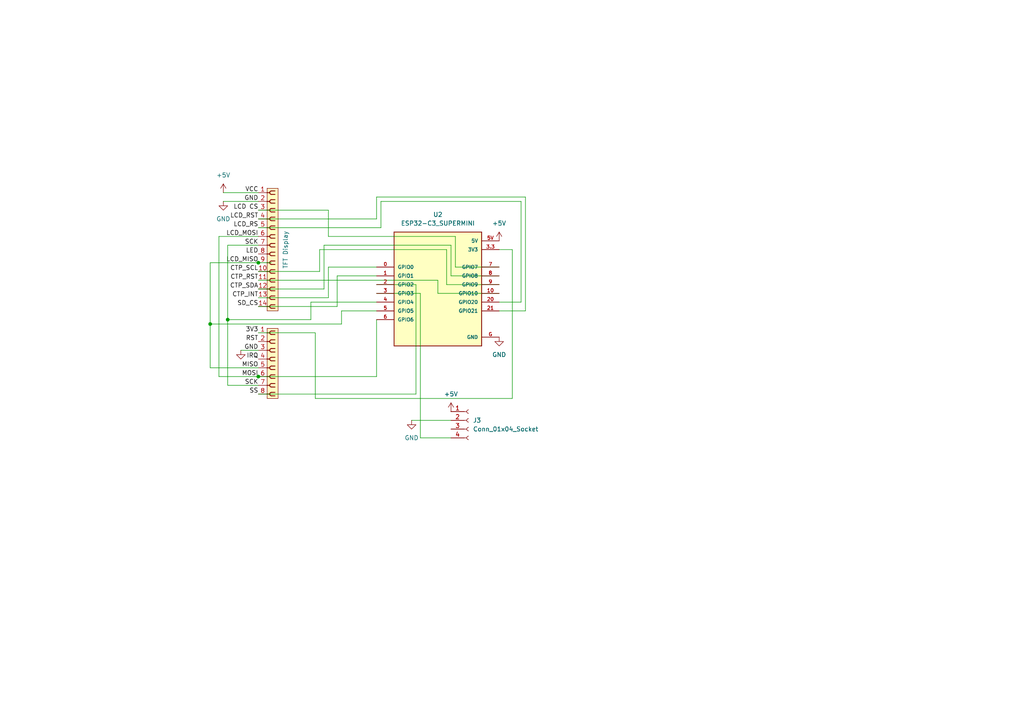
<source format=kicad_sch>
(kicad_sch (version 20250114) (generator "eeschema") (generator_version "9.0")
  (paper "A4")
  (lib_symbols
    (symbol "Connector:Conn_01x04_Socket" (pin_names (offset 1.016) (hide yes))
      (property "Reference" "J" (at 0 5.08 0))
      (property "Value" "Conn_01x04_Socket" (at 0 -7.62 0))
      (symbol "Conn_01x04_Socket_1_1"
        (polyline (pts (xy -1.27 2.54) (xy -0.508 2.54)) (stroke (width 0.1524)))
        (polyline (pts (xy -1.27 0) (xy -0.508 0)) (stroke (width 0.1524)))
        (polyline (pts (xy -1.27 -2.54) (xy -0.508 -2.54)) (stroke (width 0.1524)))
        (polyline (pts (xy -1.27 -5.08) (xy -0.508 -5.08)) (stroke (width 0.1524)))
        (arc (start 0 2.032) (mid -0.5058 2.54) (end 0 3.048) (stroke (width 0.1524)))
        (arc (start 0 -0.508) (mid -0.5058 0) (end 0 0.508) (stroke (width 0.1524)))
        (arc (start 0 -3.048) (mid -0.5058 -2.54) (end 0 -2.032) (stroke (width 0.1524)))
        (arc (start 0 -5.588) (mid -0.5058 -5.08) (end 0 -4.572) (stroke (width 0.1524)))
        (pin passive line (at -5.08 2.54 0) (length 3.81) (name "Pin_1") (number "1"))
        (pin passive line (at -5.08 0 0) (length 3.81) (name "Pin_2") (number "2"))
        (pin passive line (at -5.08 -2.54 0) (length 3.81) (name "Pin_3") (number "3"))
        (pin passive line (at -5.08 -5.08 0) (length 3.81) (name "Pin_4") (number "4"))
      )
    )
    (symbol "ESP32-C3_SUPERMINI:ESP32-C3_SUPERMINI" (pin_names (offset 1.016))
      (property "Reference" "U" (at -12.7 16.002 0))
      (property "Value" "ESP32-C3_SUPERMINI" (at -12.7 -20.32 0))
      (symbol "ESP32-C3_SUPERMINI_0_0"
        (rectangle (start -12.7 -17.78) (end 12.7 15.24) (stroke (width 0.254)) (fill (type background)))
        (pin bidirectional line (at -17.78 5.08 0) (length 5.08) (name "GPIO0") (number "0"))
        (pin bidirectional line (at -17.78 2.54 0) (length 5.08) (name "GPIO1") (number "1"))
        (pin bidirectional line (at -17.78 0 0) (length 5.08) (name "GPIO2") (number "2"))
        (pin bidirectional line (at -17.78 -2.54 0) (length 5.08) (name "GPIO3") (number "3"))
        (pin bidirectional line (at -17.78 -5.08 0) (length 5.08) (name "GPIO4") (number "4"))
        (pin bidirectional line (at -17.78 -7.62 0) (length 5.08) (name "GPIO5") (number "5"))
        (pin bidirectional line (at -17.78 -10.16 0) (length 5.08) (name "GPIO6") (number "6"))
        (pin power_in line (at 17.78 12.7 180) (length 5.08) (name "5V") (number "5V"))
        (pin power_in line (at 17.78 10.16 180) (length 5.08) (name "3V3") (number "3.3"))
        (pin bidirectional line (at 17.78 5.08 180) (length 5.08) (name "GPIO7") (number "7"))
        (pin bidirectional line (at 17.78 2.54 180) (length 5.08) (name "GPIO8") (number "8"))
        (pin bidirectional line (at 17.78 0 180) (length 5.08) (name "GPIO9") (number "9"))
        (pin bidirectional line (at 17.78 -2.54 180) (length 5.08) (name "GPIO10") (number "10"))
        (pin bidirectional line (at 17.78 -5.08 180) (length 5.08) (name "GPIO20") (number "20"))
        (pin bidirectional line (at 17.78 -7.62 180) (length 5.08) (name "GPIO21") (number "21"))
        (pin power_in line (at 17.78 -15.24 180) (length 5.08) (name "GND") (number "G"))
      )
    )
    (symbol "PCM_SL_Pin_Headers:PINHD_1x14_Female"
      (property "Reference" "J" (at 0 22.86 0))
      (property "Value" "PINHD_1x14_Female" (at 0 20.32 0))
      (symbol "PINHD_1x14_Female_0_1"
        (rectangle (start -1.27 17.78) (end 1.905 -17.78) (fill (type background)))
        (polyline (pts (xy -1.27 16.51) (xy -0.508 16.51)) (stroke (width 0.25)))
        (polyline (pts (xy -1.27 13.97) (xy -0.508 13.97)) (stroke (width 0.25)))
        (polyline (pts (xy -1.27 11.43) (xy -0.508 11.43)) (stroke (width 0.25)))
        (polyline (pts (xy -1.27 8.89) (xy -0.508 8.89)) (stroke (width 0.25)))
        (polyline (pts (xy -1.27 6.35) (xy -0.508 6.35)) (stroke (width 0.25)))
        (polyline (pts (xy -1.27 3.81) (xy -0.508 3.81)) (stroke (width 0.25)))
        (polyline (pts (xy -1.27 1.27) (xy -0.508 1.27)) (stroke (width 0.25)))
        (polyline (pts (xy -1.27 -1.27) (xy -0.508 -1.27)) (stroke (width 0.25)))
        (polyline (pts (xy -1.27 -3.81) (xy -0.508 -3.81)) (stroke (width 0.25)))
        (polyline (pts (xy -1.27 -6.35) (xy -0.508 -6.35)) (stroke (width 0.25)))
        (polyline (pts (xy -1.27 -8.89) (xy -0.508 -8.89)) (stroke (width 0.25)))
        (polyline (pts (xy -1.27 -11.43) (xy -0.508 -11.43)) (stroke (width 0.25)))
        (polyline (pts (xy -1.27 -13.97) (xy -0.508 -13.97)) (stroke (width 0.25)))
        (polyline (pts (xy -1.27 -16.51) (xy -0.508 -16.51)) (stroke (width 0.25)))
        (polyline (pts (xy 0 17.018) (xy 1.016 17.018)) (stroke (width 0.25)))
        (arc (start -0.508 16.51) (mid -0.3592 16.8692) (end 0 17.018) (stroke (width 0.25)))
        (arc (start 0 16.002) (mid -0.3592 16.1508) (end -0.508 16.51) (stroke (width 0.25)))
        (polyline (pts (xy 0 16.002) (xy 1.016 16.002)) (stroke (width 0.25)))
        (polyline (pts (xy 0 14.478) (xy 1.016 14.478)) (stroke (width 0.25)))
        (arc (start -0.508 13.97) (mid -0.3592 14.3292) (end 0 14.478) (stroke (width 0.25)))
        (arc (start 0 13.462) (mid -0.3592 13.6108) (end -0.508 13.97) (stroke (width 0.25)))
        (polyline (pts (xy 0 13.462) (xy 1.016 13.462)) (stroke (width 0.25)))
        (polyline (pts (xy 0 11.938) (xy 1.016 11.938)) (stroke (width 0.25)))
        (arc (start -0.508 11.43) (mid -0.3592 11.7892) (end 0 11.938) (stroke (width 0.25)))
        (arc (start 0 10.922) (mid -0.3592 11.0708) (end -0.508 11.43) (stroke (width 0.25)))
        (polyline (pts (xy 0 10.922) (xy 1.016 10.922)) (stroke (width 0.25)))
        (polyline (pts (xy 0 9.398) (xy 1.016 9.398)) (stroke (width 0.25)))
        (arc (start -0.508 8.89) (mid -0.3592 9.2492) (end 0 9.398) (stroke (width 0.25)))
        (arc (start 0 8.382) (mid -0.3592 8.5308) (end -0.508 8.89) (stroke (width 0.25)))
        (polyline (pts (xy 0 8.382) (xy 1.016 8.382)) (stroke (width 0.25)))
        (polyline (pts (xy 0 6.858) (xy 1.016 6.858)) (stroke (width 0.25)))
        (arc (start -0.508 6.35) (mid -0.3592 6.7092) (end 0 6.858) (stroke (width 0.25)))
        (arc (start 0 5.842) (mid -0.3592 5.9908) (end -0.508 6.35) (stroke (width 0.25)))
        (polyline (pts (xy 0 5.842) (xy 1.016 5.842)) (stroke (width 0.25)))
        (polyline (pts (xy 0 4.318) (xy 1.016 4.318)) (stroke (width 0.25)))
        (arc (start -0.508 3.81) (mid -0.3592 4.1692) (end 0 4.318) (stroke (width 0.25)))
        (arc (start 0 3.302) (mid -0.3592 3.4508) (end -0.508 3.81) (stroke (width 0.25)))
        (polyline (pts (xy 0 3.302) (xy 1.016 3.302)) (stroke (width 0.25)))
        (polyline (pts (xy 0 1.778) (xy 1.016 1.778)) (stroke (width 0.25)))
        (arc (start -0.508 1.27) (mid -0.3592 1.6292) (end 0 1.778) (stroke (width 0.25)))
        (arc (start 0 0.762) (mid -0.3592 0.9108) (end -0.508 1.27) (stroke (width 0.25)))
        (polyline (pts (xy 0 0.762) (xy 1.016 0.762)) (stroke (width 0.25)))
        (polyline (pts (xy 0 -0.762) (xy 1.016 -0.762)) (stroke (width 0.25)))
        (arc (start -0.508 -1.27) (mid -0.3592 -0.9108) (end 0 -0.762) (stroke (width 0.25)))
        (arc (start 0 -1.778) (mid -0.3592 -1.6292) (end -0.508 -1.27) (stroke (width 0.25)))
        (polyline (pts (xy 0 -1.778) (xy 1.016 -1.778)) (stroke (width 0.25)))
        (polyline (pts (xy 0 -3.302) (xy 1.016 -3.302)) (stroke (width 0.25)))
        (arc (start -0.508 -3.81) (mid -0.3592 -3.4508) (end 0 -3.302) (stroke (width 0.25)))
        (arc (start 0 -4.318) (mid -0.3592 -4.1692) (end -0.508 -3.81) (stroke (width 0.25)))
        (polyline (pts (xy 0 -4.318) (xy 1.016 -4.318)) (stroke (width 0.25)))
        (polyline (pts (xy 0 -5.842) (xy 1.016 -5.842)) (stroke (width 0.25)))
        (arc (start -0.508 -6.35) (mid -0.3592 -5.9908) (end 0 -5.842) (stroke (width 0.25)))
        (arc (start 0 -6.858) (mid -0.3592 -6.7092) (end -0.508 -6.35) (stroke (width 0.25)))
        (polyline (pts (xy 0 -6.858) (xy 1.016 -6.858)) (stroke (width 0.25)))
        (polyline (pts (xy 0 -8.382) (xy 1.016 -8.382)) (stroke (width 0.25)))
        (arc (start -0.508 -8.89) (mid -0.3592 -8.5308) (end 0 -8.382) (stroke (width 0.25)))
        (arc (start 0 -9.398) (mid -0.3592 -9.2492) (end -0.508 -8.89) (stroke (width 0.25)))
        (polyline (pts (xy 0 -9.398) (xy 1.016 -9.398)) (stroke (width 0.25)))
        (polyline (pts (xy 0 -10.922) (xy 1.016 -10.922)) (stroke (width 0.25)))
        (arc (start -0.508 -11.43) (mid -0.3592 -11.0708) (end 0 -10.922) (stroke (width 0.25)))
        (arc (start 0 -11.938) (mid -0.3592 -11.7892) (end -0.508 -11.43) (stroke (width 0.25)))
        (polyline (pts (xy 0 -11.938) (xy 1.016 -11.938)) (stroke (width 0.25)))
        (polyline (pts (xy 0 -13.462) (xy 1.016 -13.462)) (stroke (width 0.25)))
        (arc (start -0.508 -13.97) (mid -0.3592 -13.6108) (end 0 -13.462) (stroke (width 0.25)))
        (arc (start 0 -14.478) (mid -0.3592 -14.3292) (end -0.508 -13.97) (stroke (width 0.25)))
        (polyline (pts (xy 0 -14.478) (xy 1.016 -14.478)) (stroke (width 0.25)))
        (polyline (pts (xy 0 -16.002) (xy 1.016 -16.002)) (stroke (width 0.25)))
        (arc (start -0.508 -16.51) (mid -0.3592 -16.1508) (end 0 -16.002) (stroke (width 0.25)))
        (arc (start 0 -17.018) (mid -0.3592 -16.8692) (end -0.508 -16.51) (stroke (width 0.25)))
        (polyline (pts (xy 0 -17.018) (xy 1.016 -17.018)) (stroke (width 0.25)))
      )
      (symbol "PINHD_1x14_Female_1_1"
        (pin passive line (at -3.81 16.51 0) (length 2.54) (name "") (number "1"))
        (pin passive line (at -3.81 13.97 0) (length 2.54) (name "") (number "2"))
        (pin passive line (at -3.81 11.43 0) (length 2.54) (name "") (number "3"))
        (pin passive line (at -3.81 8.89 0) (length 2.54) (name "") (number "4"))
        (pin passive line (at -3.81 6.35 0) (length 2.54) (name "") (number "5"))
        (pin passive line (at -3.81 3.81 0) (length 2.54) (name "") (number "6"))
        (pin passive line (at -3.81 1.27 0) (length 2.54) (name "") (number "7"))
        (pin passive line (at -3.81 -1.27 0) (length 2.54) (name "") (number "8"))
        (pin passive line (at -3.81 -3.81 0) (length 2.54) (name "") (number "9"))
        (pin passive line (at -3.81 -6.35 0) (length 2.54) (name "") (number "10"))
        (pin passive line (at -3.81 -8.89 0) (length 2.54) (name "") (number "11"))
        (pin passive line (at -3.81 -11.43 0) (length 2.54) (name "") (number "12"))
        (pin passive line (at -3.81 -13.97 0) (length 2.54) (name "") (number "13"))
        (pin passive line (at -3.81 -16.51 0) (length 2.54) (name "") (number "14"))
      )
    )
    (symbol "PCM_SL_Pin_Headers:PINHD_1x8_Female"
      (property "Reference" "J" (at 0 15.24 0))
      (property "Value" "PINHD_1x8_Female" (at 0 12.7 0))
      (symbol "PINHD_1x8_Female_0_1"
        (rectangle (start -1.27 10.16) (end 1.905 -10.16) (fill (type background)))
        (polyline (pts (xy -1.27 8.89) (xy -0.508 8.89)) (stroke (width 0.25)))
        (polyline (pts (xy -1.27 6.35) (xy -0.508 6.35)) (stroke (width 0.25)))
        (polyline (pts (xy -1.27 3.81) (xy -0.508 3.81)) (stroke (width 0.25)))
        (polyline (pts (xy -1.27 1.27) (xy -0.508 1.27)) (stroke (width 0.25)))
        (polyline (pts (xy -1.27 -1.27) (xy -0.508 -1.27)) (stroke (width 0.25)))
        (polyline (pts (xy -1.27 -3.81) (xy -0.508 -3.81)) (stroke (width 0.25)))
        (polyline (pts (xy -1.27 -6.35) (xy -0.508 -6.35)) (stroke (width 0.25)))
        (polyline (pts (xy -1.27 -8.89) (xy -0.508 -8.89)) (stroke (width 0.25)))
        (polyline (pts (xy 0 9.398) (xy 1.016 9.398)) (stroke (width 0.25)))
        (arc (start -0.508 8.89) (mid -0.3592 9.2492) (end 0 9.398) (stroke (width 0.25)))
        (arc (start 0 8.382) (mid -0.3592 8.5308) (end -0.508 8.89) (stroke (width 0.25)))
        (polyline (pts (xy 0 8.382) (xy 1.016 8.382)) (stroke (width 0.25)))
        (polyline (pts (xy 0 6.858) (xy 1.016 6.858)) (stroke (width 0.25)))
        (arc (start -0.508 6.35) (mid -0.3592 6.7092) (end 0 6.858) (stroke (width 0.25)))
        (arc (start 0 5.842) (mid -0.3592 5.9908) (end -0.508 6.35) (stroke (width 0.25)))
        (polyline (pts (xy 0 5.842) (xy 1.016 5.842)) (stroke (width 0.25)))
        (polyline (pts (xy 0 4.318) (xy 1.016 4.318)) (stroke (width 0.25)))
        (arc (start -0.508 3.81) (mid -0.3592 4.1692) (end 0 4.318) (stroke (width 0.25)))
        (arc (start 0 3.302) (mid -0.3592 3.4508) (end -0.508 3.81) (stroke (width 0.25)))
        (polyline (pts (xy 0 3.302) (xy 1.016 3.302)) (stroke (width 0.25)))
        (polyline (pts (xy 0 1.778) (xy 1.016 1.778)) (stroke (width 0.25)))
        (arc (start -0.508 1.27) (mid -0.3592 1.6292) (end 0 1.778) (stroke (width 0.25)))
        (arc (start 0 0.762) (mid -0.3592 0.9108) (end -0.508 1.27) (stroke (width 0.25)))
        (polyline (pts (xy 0 0.762) (xy 1.016 0.762)) (stroke (width 0.25)))
        (polyline (pts (xy 0 -0.762) (xy 1.016 -0.762)) (stroke (width 0.25)))
        (arc (start -0.508 -1.27) (mid -0.3592 -0.9108) (end 0 -0.762) (stroke (width 0.25)))
        (arc (start 0 -1.778) (mid -0.3592 -1.6292) (end -0.508 -1.27) (stroke (width 0.25)))
        (polyline (pts (xy 0 -1.778) (xy 1.016 -1.778)) (stroke (width 0.25)))
        (polyline (pts (xy 0 -3.302) (xy 1.016 -3.302)) (stroke (width 0.25)))
        (arc (start -0.508 -3.81) (mid -0.3592 -3.4508) (end 0 -3.302) (stroke (width 0.25)))
        (arc (start 0 -4.318) (mid -0.3592 -4.1692) (end -0.508 -3.81) (stroke (width 0.25)))
        (polyline (pts (xy 0 -4.318) (xy 1.016 -4.318)) (stroke (width 0.25)))
        (polyline (pts (xy 0 -5.842) (xy 1.016 -5.842)) (stroke (width 0.25)))
        (arc (start -0.508 -6.35) (mid -0.3592 -5.9908) (end 0 -5.842) (stroke (width 0.25)))
        (arc (start 0 -6.858) (mid -0.3592 -6.7092) (end -0.508 -6.35) (stroke (width 0.25)))
        (polyline (pts (xy 0 -6.858) (xy 1.016 -6.858)) (stroke (width 0.25)))
        (polyline (pts (xy 0 -8.382) (xy 1.016 -8.382)) (stroke (width 0.25)))
        (arc (start -0.508 -8.89) (mid -0.3592 -8.5308) (end 0 -8.382) (stroke (width 0.25)))
        (arc (start 0 -9.398) (mid -0.3592 -9.2492) (end -0.508 -8.89) (stroke (width 0.25)))
        (polyline (pts (xy 0 -9.398) (xy 1.016 -9.398)) (stroke (width 0.25)))
      )
      (symbol "PINHD_1x8_Female_1_1"
        (pin passive line (at -3.81 8.89 0) (length 2.54) (name "") (number "1"))
        (pin passive line (at -3.81 6.35 0) (length 2.54) (name "") (number "2"))
        (pin passive line (at -3.81 3.81 0) (length 2.54) (name "") (number "3"))
        (pin passive line (at -3.81 1.27 0) (length 2.54) (name "") (number "4"))
        (pin passive line (at -3.81 -1.27 0) (length 2.54) (name "") (number "5"))
        (pin passive line (at -3.81 -3.81 0) (length 2.54) (name "") (number "6"))
        (pin passive line (at -3.81 -6.35 0) (length 2.54) (name "") (number "7"))
        (pin passive line (at -3.81 -8.89 0) (length 2.54) (name "") (number "8"))
      )
    )
    (symbol "power:+5V" (power) (pin_numbers (hide yes)) (pin_names (offset 0) (hide yes))
      (property "Value" "+5V" (at 0 3.556 0))
      (symbol "+5V_0_1"
        (polyline (pts (xy -0.762 1.27) (xy 0 2.54)))
        (polyline (pts (xy 0 2.54) (xy 0.762 1.27)))
        (polyline (pts (xy 0 0) (xy 0 2.54)))
      )
      (symbol "+5V_1_1"
        (pin power_in line (at 0 0 90) (length 0) (name "~") (number "1"))
      )
    )
    (symbol "power:GND" (power) (pin_numbers (hide yes)) (pin_names (offset 0) (hide yes))
      (property "Value" "GND" (at 0 -3.81 0))
      (symbol "GND_0_1"
        (polyline (pts (xy 0 0) (xy 0 -1.27) (xy 1.27 -1.27) (xy 0 -2.54) (xy -1.27 -1.27) (xy 0 -1.27)))
      )
      (symbol "GND_1_1"
        (pin power_in line (at 0 0 270) (length 0) (name "~") (number "1"))
      )
    )
  )
  (junction (at 66.04 92.71))
  (junction (at 74.93 109.22))
  (junction (at 60.96 93.98))
  (junction (at 74.93 76.2))
  (wire (pts (xy 95.25 68.58) (xy 95.25 60.96)))
  (wire (pts (xy 109.22 85.09) (xy 121.92 85.09)))
  (wire (pts (xy 119.38 121.92) (xy 130.81 121.92)))
  (wire (pts (xy 95.25 77.47) (xy 95.25 86.36)))
  (wire (pts (xy 109.22 87.63) (xy 90.17 87.63)))
  (wire (pts (xy 60.96 93.98) (xy 60.96 106.68)))
  (wire (pts (xy 74.93 83.82) (xy 93.98 83.82)))
  (wire (pts (xy 90.17 87.63) (xy 90.17 92.71)))
  (wire (pts (xy 60.96 76.2) (xy 60.96 93.98)))
  (wire (pts (xy 152.4 57.15) (xy 152.4 90.17)))
  (wire (pts (xy 74.93 71.12) (xy 66.04 71.12)))
  (wire (pts (xy 132.08 77.47) (xy 132.08 68.58)))
  (wire (pts (xy 64.77 55.88) (xy 74.93 55.88)))
  (wire (pts (xy 127 85.09) (xy 144.78 85.09)))
  (wire (pts (xy 130.81 127) (xy 121.92 127)))
  (wire (pts (xy 91.44 96.52) (xy 74.93 96.52)))
  (wire (pts (xy 66.04 111.76) (xy 74.93 111.76)))
  (wire (pts (xy 74.93 68.58) (xy 63.5 68.58)))
  (wire (pts (xy 151.13 87.63) (xy 144.78 87.63)))
  (wire (pts (xy 109.22 90.17) (xy 99.06 90.17)))
  (wire (pts (xy 95.25 68.58) (xy 132.08 68.58)))
  (wire (pts (xy 121.92 127) (xy 121.92 85.09)))
  (wire (pts (xy 109.22 57.15) (xy 152.4 57.15)))
  (wire (pts (xy 74.93 76.2) (xy 78.74 76.2)))
  (wire (pts (xy 152.4 90.17) (xy 144.78 90.17)))
  (wire (pts (xy 74.93 66.04) (xy 110.49 66.04)))
  (wire (pts (xy 127 81.28) (xy 127 85.09)))
  (wire (pts (xy 129.54 82.55) (xy 129.54 72.39)))
  (wire (pts (xy 144.78 72.39) (xy 148.59 72.39)))
  (wire (pts (xy 95.25 60.96) (xy 74.93 60.96)))
  (wire (pts (xy 151.13 58.42) (xy 151.13 87.63)))
  (wire (pts (xy 69.85 101.6) (xy 74.93 101.6)))
  (wire (pts (xy 109.22 63.5) (xy 109.22 57.15)))
  (wire (pts (xy 129.54 72.39) (xy 92.71 72.39)))
  (wire (pts (xy 95.25 77.47) (xy 109.22 77.47)))
  (wire (pts (xy 66.04 92.71) (xy 66.04 111.76)))
  (wire (pts (xy 97.79 88.9) (xy 97.79 80.01)))
  (wire (pts (xy 110.49 58.42) (xy 151.13 58.42)))
  (wire (pts (xy 74.93 76.2) (xy 60.96 76.2)))
  (wire (pts (xy 91.44 115.57) (xy 91.44 96.52)))
  (wire (pts (xy 74.93 109.22) (xy 109.22 109.22)))
  (wire (pts (xy 148.59 115.57) (xy 91.44 115.57)))
  (wire (pts (xy 93.98 71.12) (xy 93.98 83.82)))
  (wire (pts (xy 60.96 106.68) (xy 74.93 106.68)))
  (wire (pts (xy 92.71 78.74) (xy 74.93 78.74)))
  (wire (pts (xy 63.5 109.22) (xy 74.93 109.22)))
  (wire (pts (xy 109.22 82.55) (xy 120.65 82.55)))
  (wire (pts (xy 74.93 63.5) (xy 109.22 63.5)))
  (wire (pts (xy 90.17 92.71) (xy 66.04 92.71)))
  (wire (pts (xy 74.93 86.36) (xy 95.25 86.36)))
  (wire (pts (xy 66.04 71.12) (xy 66.04 92.71)))
  (wire (pts (xy 64.77 58.42) (xy 74.93 58.42)))
  (wire (pts (xy 63.5 68.58) (xy 63.5 109.22)))
  (wire (pts (xy 144.78 82.55) (xy 129.54 82.55)))
  (wire (pts (xy 74.93 81.28) (xy 127 81.28)))
  (wire (pts (xy 148.59 72.39) (xy 148.59 115.57)))
  (wire (pts (xy 97.79 80.01) (xy 109.22 80.01)))
  (wire (pts (xy 120.65 82.55) (xy 120.65 114.3)))
  (wire (pts (xy 74.93 114.3) (xy 120.65 114.3)))
  (wire (pts (xy 99.06 90.17) (xy 99.06 93.98)))
  (wire (pts (xy 130.81 71.12) (xy 93.98 71.12)))
  (wire (pts (xy 109.22 92.71) (xy 109.22 109.22)))
  (wire (pts (xy 110.49 66.04) (xy 110.49 58.42)))
  (wire (pts (xy 92.71 72.39) (xy 92.71 78.74)))
  (wire (pts (xy 130.81 80.01) (xy 130.81 71.12)))
  (wire (pts (xy 60.96 93.98) (xy 99.06 93.98)))
  (wire (pts (xy 74.93 88.9) (xy 97.79 88.9)))
  (wire (pts (xy 144.78 80.01) (xy 130.81 80.01)))
  (wire (pts (xy 144.78 77.47) (xy 132.08 77.47)))
  (label "CTP_INT" (at 74.93 86.36 180))
  (label "LCD_MISO" (at 74.93 76.2 180))
  (label "SCK" (at 74.93 71.12 180))
  (label "CTP_SDA" (at 74.93 83.82 180))
  (label "GND" (at 74.93 101.6 180))
  (label "CTP_SCL" (at 74.93 78.74 180))
  (label "IRQ" (at 74.93 104.14 180))
  (label "LED" (at 74.93 73.66 180))
  (label "SD_CS" (at 74.93 88.9 180))
  (label "VCC" (at 74.93 55.88 180))
  (label "MISO" (at 74.93 106.68 180))
  (label "LCD_RS" (at 74.93 66.04 180))
  (label "SS" (at 74.93 114.3 180))
  (label "SCK" (at 74.93 111.76 180))
  (label "LCD_MOSI" (at 74.93 68.58 180))
  (label "3V3" (at 74.93 96.52 180))
  (label "LCD CS" (at 74.93 60.96 180))
  (label "MOSI" (at 74.93 109.22 180))
  (label "LCD_RST" (at 74.93 63.5 180))
  (label "GND" (at 74.93 58.42 180))
  (label "RST" (at 74.93 99.06 180))
  (label "CTP_RST" (at 74.93 81.28 180))
  (symbol (lib_id "power:GND") (at 144.78 97.79 0) (unit 1)
    (property "Reference" "#PWR01" (effects (hide yes)))
    (property "Value" "GND" (at 144.78 102.87 0))
    (property "Description" "Power symbol creates a global label with name \"GND\" , ground" (effects (hide yes)))
  )
  (symbol (lib_id "power:GND") (at 69.85 101.6 0) (unit 1)
    (property "Reference" "#PWR03" (effects (hide yes)))
    (property "Value" "GND" (effects (hide yes)))
    (property "Description" "Power symbol creates a global label with name \"GND\" , ground" (effects (hide yes)))
  )
  (symbol (lib_id "power:GND") (at 64.77 58.42 0) (unit 1)
    (property "Reference" "#PWR02" (effects (hide yes)))
    (property "Value" "GND" (at 64.77 63.5 0))
    (property "Description" "Power symbol creates a global label with name \"GND\" , ground" (effects (hide yes)))
  )
  (symbol (lib_id "PCM_SL_Pin_Headers:PINHD_1x14_Female") (at 78.74 72.39 0) (unit 1)
    (property "Reference" "J1" (effects (hide yes)))
    (property "Value" "TFT Display" (at 82.804 77.978 90) (effects (justify left)))
    (property "Footprint" "Connector_PinSocket_2.54mm:PinSocket_1x14_P2.54mm_Vertical" (effects (hide yes)))
    (property "Description" "Pin Header female with pin space 2.54mm. Pin Count - 14" (effects (hide yes)))
  )
  (symbol (lib_id "power:+5V") (at 144.78 69.85 0) (unit 1)
    (property "Reference" "#PWR04" (effects (hide yes)))
    (property "Value" "+5V" (at 144.78 64.77 0))
    (property "Description" "Power symbol creates a global label with name \"+5V\"" (effects (hide yes)))
  )
  (symbol (lib_id "power:GND") (at 119.38 121.92 0) (unit 1)
    (property "Reference" "#PWR06" (effects (hide yes)))
    (property "Value" "GND" (at 119.38 127 0))
    (property "Description" "Power symbol creates a global label with name \"GND\" , ground" (effects (hide yes)))
  )
  (symbol (lib_id "power:+5V") (at 130.81 119.38 0) (unit 1)
    (property "Reference" "#PWR07" (effects (hide yes)))
    (property "Value" "+5V" (at 130.81 114.3 0))
    (property "Description" "Power symbol creates a global label with name \"+5V\"" (effects (hide yes)))
  )
  (symbol (lib_id "ESP32-C3_SUPERMINI:ESP32-C3_SUPERMINI") (at 127 82.55 0) (unit 1)
    (property "Reference" "U2" (at 127 62.23 0))
    (property "Value" "ESP32-C3_SUPERMINI" (at 127 64.77 0))
    (property "Footprint" "ESP32-C3_SUPERMINI:MODULE_ESP32-C3_SUPERMINI" (effects (hide yes)))
    (property "MF" "Espressif Systems" (effects (hide yes)))
    (property "MAXIMUM_PACKAGE_HEIGHT" "4.2mm" (effects (hide yes)))
    (property "Package" "Package" (effects (hide yes)))
    (property "Price" "None" (effects (hide yes)))
    (property "Check_prices" "https://www.snapeda.com/parts/ESP32-C3%20SuperMini_TH/Espressif+Systems/view-part/?ref=eda" (effects (hide yes)))
    (property "STANDARD" "Manufacturer Recommendations" (effects (hide yes)))
    (property "SnapEDA_Link" "https://www.snapeda.com/parts/ESP32-C3%20SuperMini_TH/Espressif+Systems/view-part/?ref=snap" (effects (hide yes)))
    (property "MP" "ESP32-C3 SuperMini_TH" (effects (hide yes)))
    (property "Description_1" "\n                        \n                            Super tiny ESP32-C3 board\n                        \n" (effects (hide yes)))
    (property "Availability" "Not in stock" (effects (hide yes)))
    (property "MANUFACTURER" "Espressif" (effects (hide yes)))
  )
  (symbol (lib_id "power:+5V") (at 64.77 55.88 0) (unit 1)
    (property "Reference" "#PWR05" (effects (hide yes)))
    (property "Value" "+5V" (at 64.77 50.8 0))
    (property "Description" "Power symbol creates a global label with name \"+5V\"" (effects (hide yes)))
  )
  (symbol (lib_id "Connector:Conn_01x04_Socket") (at 135.89 121.92 0) (unit 1)
    (property "Reference" "J3" (at 137.16 121.9199 0) (effects (justify left)))
    (property "Value" "Conn_01x04_Socket" (at 137.16 124.4599 0) (effects (justify left)))
    (property "Footprint" "Connector_PinSocket_2.54mm:PinSocket_1x04_P2.54mm_Vertical" (effects (hide yes)))
    (property "Description" "Generic connector, single row, 01x04, script generated" (effects (hide yes)))
  )
  (symbol (lib_id "PCM_SL_Pin_Headers:PINHD_1x8_Female") (at 78.74 105.41 0) (unit 1)
    (property "Reference" "J2" (effects (hide yes)))
    (property "Value" "RFID Reader" (effects (hide yes)))
    (property "Footprint" "Connector_PinSocket_2.54mm:PinSocket_1x08_P2.54mm_Vertical" (effects (hide yes)))
    (property "Description" "Pin Header female with pin space 2.54mm. Pin Count -8" (effects (hide yes)))
  )
)
</source>
